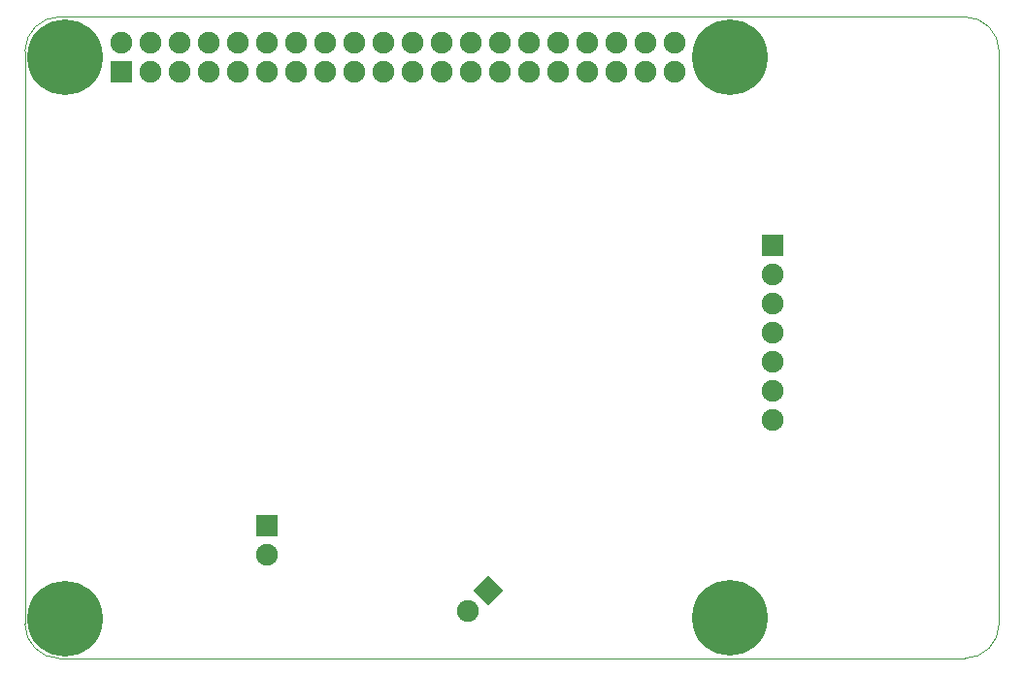
<source format=gts>
G04 #@! TF.GenerationSoftware,KiCad,Pcbnew,6.0.0-d3dd2cf0fa~116~ubuntu21.04.1*
G04 #@! TF.CreationDate,2022-03-07T16:35:49+01:00*
G04 #@! TF.ProjectId,PiRogue-RPi-hat,5069526f-6775-4652-9d52-50692d686174,rev?*
G04 #@! TF.SameCoordinates,PX4efbba0PY7d37aa0*
G04 #@! TF.FileFunction,Soldermask,Top*
G04 #@! TF.FilePolarity,Negative*
%FSLAX46Y46*%
G04 Gerber Fmt 4.6, Leading zero omitted, Abs format (unit mm)*
G04 Created by KiCad (PCBNEW 6.0.0-d3dd2cf0fa~116~ubuntu21.04.1) date 2022-03-07 16:35:49*
%MOMM*%
%LPD*%
G01*
G04 APERTURE LIST*
G04 Aperture macros list*
%AMRoundRect*
0 Rectangle with rounded corners*
0 $1 Rounding radius*
0 $2 $3 $4 $5 $6 $7 $8 $9 X,Y pos of 4 corners*
0 Add a 4 corners polygon primitive as box body*
4,1,4,$2,$3,$4,$5,$6,$7,$8,$9,$2,$3,0*
0 Add four circle primitives for the rounded corners*
1,1,$1+$1,$2,$3*
1,1,$1+$1,$4,$5*
1,1,$1+$1,$6,$7*
1,1,$1+$1,$8,$9*
0 Add four rect primitives between the rounded corners*
20,1,$1+$1,$2,$3,$4,$5,0*
20,1,$1+$1,$4,$5,$6,$7,0*
20,1,$1+$1,$6,$7,$8,$9,0*
20,1,$1+$1,$8,$9,$2,$3,0*%
%AMHorizOval*
0 Thick line with rounded ends*
0 $1 width*
0 $2 $3 position (X,Y) of the first rounded end (center of the circle)*
0 $4 $5 position (X,Y) of the second rounded end (center of the circle)*
0 Add line between two ends*
20,1,$1,$2,$3,$4,$5,0*
0 Add two circle primitives to create the rounded ends*
1,1,$1,$2,$3*
1,1,$1,$4,$5*%
G04 Aperture macros list end*
G04 #@! TA.AperFunction,Profile*
%ADD10C,0.100000*%
G04 #@! TD*
%ADD11C,6.600000*%
%ADD12RoundRect,0.100000X-0.850000X-0.850000X0.850000X-0.850000X0.850000X0.850000X-0.850000X0.850000X0*%
%ADD13O,1.900000X1.900000*%
%ADD14RoundRect,0.100000X-0.850000X0.850000X-0.850000X-0.850000X0.850000X-0.850000X0.850000X0.850000X0*%
%ADD15RoundRect,0.100000X0.850000X0.850000X-0.850000X0.850000X-0.850000X-0.850000X0.850000X-0.850000X0*%
%ADD16RoundRect,0.100000X1.202082X0.000000X0.000000X1.202082X-1.202082X0.000000X0.000000X-1.202082X0*%
%ADD17HorizOval,1.900000X0.000000X0.000000X0.000000X0.000000X0*%
G04 APERTURE END LIST*
D10*
X82006356Y-56057611D02*
G75*
G03*
X85006356Y-53057611I-1J3000001D01*
G01*
X85006356Y-53057611D02*
X85006356Y-3057611D01*
X85006356Y-3057611D02*
G75*
G03*
X82006356Y-57611I-3000001J-1D01*
G01*
X82006356Y-57611D02*
X3026356Y-57611D01*
X26356Y-53057611D02*
G75*
G03*
X3026356Y-56057611I3000001J1D01*
G01*
X3026356Y-56057611D02*
X82006356Y-56057611D01*
X26356Y-3057611D02*
X26356Y-53057611D01*
X3026356Y-57611D02*
G75*
G03*
X26356Y-3057611I1J-3000001D01*
G01*
D11*
X3520000Y-3550000D03*
X61520000Y-3570000D03*
X3520000Y-52560000D03*
X61510000Y-52550000D03*
D12*
X65230000Y-20040000D03*
D13*
X65230000Y-22580000D03*
X65230000Y-25120000D03*
X65230000Y-27660000D03*
X65230000Y-30200000D03*
X65230000Y-32740000D03*
X65230000Y-35280000D03*
D14*
X8400000Y-4830000D03*
D13*
X8400000Y-2290000D03*
X10940000Y-4830000D03*
X10940000Y-2290000D03*
X13480000Y-4830000D03*
X13480000Y-2290000D03*
X16020000Y-4830000D03*
X16020000Y-2290000D03*
X18560000Y-4830000D03*
X18560000Y-2290000D03*
X21100000Y-4830000D03*
X21100000Y-2290000D03*
X23640000Y-4830000D03*
X23640000Y-2290000D03*
X26180000Y-4830000D03*
X26180000Y-2290000D03*
X28720000Y-4830000D03*
X28720000Y-2290000D03*
X31260000Y-4830000D03*
X31260000Y-2290000D03*
X33800000Y-4830000D03*
X33800000Y-2290000D03*
X36340000Y-4830000D03*
X36340000Y-2290000D03*
X38880000Y-4830000D03*
X38880000Y-2290000D03*
X41420000Y-4830000D03*
X41420000Y-2290000D03*
X43960000Y-4830000D03*
X43960000Y-2290000D03*
X46500000Y-4830000D03*
X46500000Y-2290000D03*
X49040000Y-4830000D03*
X49040000Y-2290000D03*
X51580000Y-4830000D03*
X51580000Y-2290000D03*
X54120000Y-4830000D03*
X54120000Y-2290000D03*
X56660000Y-4830000D03*
X56660000Y-2290000D03*
D15*
X21160000Y-44430000D03*
D13*
X21160000Y-46970000D03*
D16*
X40466520Y-50162680D03*
D17*
X38670469Y-51958731D03*
M02*

</source>
